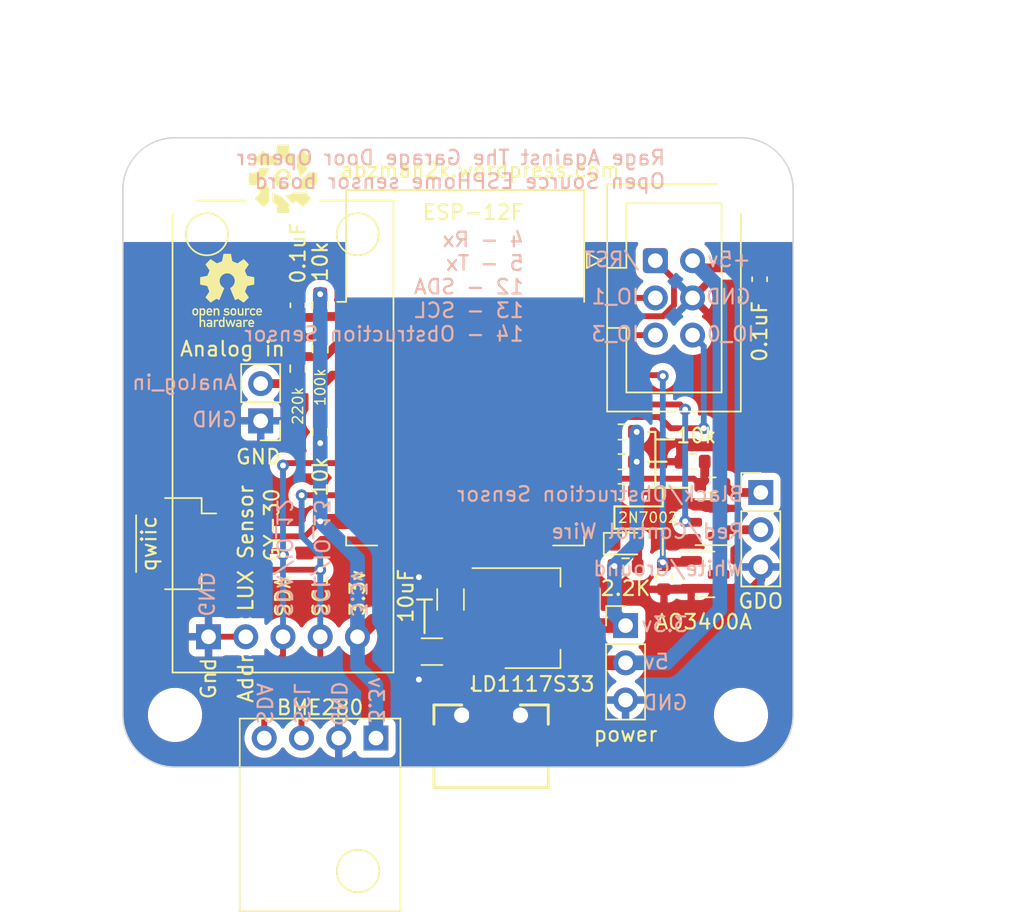
<source format=kicad_pcb>
(kicad_pcb (version 20221018) (generator pcbnew)
  (layers (0 "F.Cu" signal) (31 "B.Cu" signal) (34 "B.Paste" user) (35 "F.Paste" user) (36 "B.SilkS" user "B.Silkscreen") (37 "F.SilkS" user "F.Silkscreen") (38 "B.Mask" user) (39 "F.Mask" user) (44 "Edge.Cuts" user))
  (net 0 "")
  (net 1 "/ESP_RST")
  (net 2 "GND")
  (net 3 "+5V")
  (net 4 "+3V3")
  (net 5 "Net-(D1-A)")
  (net 6 "/Analog_In")
  (net 7 "/ESP_IO1")
  (net 8 "/ESP_IO3")
  (net 9 "/ESP_IO0")
  (net 10 "/ESP_IO13")
  (net 11 "/ESP_IO12")
  (net 12 "/control_wire")
  (net 13 "/ESP_IO4")
  (net 14 "/ESP_IO5")
  (net 15 "/obstruction_sensor_wire")
  (net 16 "/ESP_ADC")
  (net 17 "/ESP_IO15")
  (net 18 "/ESP_EN")
  (net 19 "/ESP_IO2")
  (net 20 "/ESP_IO16")
  (net 21 "/ESP_IO14")
  (footprint "Connector_JST:JST_SH_SM04B-SRSS-TB_1x04-1MP_P1.00mm_Horizontal" (layer "F.Cu") (at 69.12 52.324 -90)
    (fp_text reference "J7" hide)
    (fp_text value "qwiic" (at 0 1.81 90) (layer "F.SilkS"))
    (pad "1" smd roundrect (at -1.5 -2 270) (size 0.6 1.55) (layers "F.Cu" "F.Paste" "F.Mask") (net 2 "GND"))
    (pad "2" smd roundrect (at -0.5 -2 270) (size 0.6 1.55) (layers "F.Cu" "F.Paste" "F.Mask") (net 4 "+3V3"))
    (pad "3" smd roundrect (at 0.5 -2 270) (size 0.6 1.55) (layers "F.Cu" "F.Paste" "F.Mask") (net 11 "/ESP_IO12"))
    (pad "4" smd roundrect (at 1.5 -2 270) (size 0.6 1.55) (layers "F.Cu" "F.Paste" "F.Mask") (net 10 "/ESP_IO13"))
    (pad "MP" smd roundrect (at -2.8 1.875 270) (size 1.2 1.8) (layers "F.Cu" "F.Paste" "F.Mask") (roundrect_rratio 0.2083333333) (net 2 "GND"))
    (pad "MP" smd roundrect (at 2.8 1.875 270) (size 1.2 1.8) (layers "F.Cu" "F.Paste" "F.Mask") (roundrect_rratio 0.2083333333) (net 2 "GND"))
  )
  (footprint "Connector_IDC:IDC-Header_2x03_P2.54mm_Vertical" (layer "F.Cu") (at 101.854 33.02)
    (fp_text reference "J2" hide)
    (fp_text value "Conn_02x03_Odd_Even" hide)
    (pad "1" thru_hole roundrect (at 0 0) (size 1.7 1.7) (drill 1) (layers "*.Cu" "*.Mask") (roundrect_rratio 0.1470588235) (net 1 "/ESP_RST"))
    (pad "2" thru_hole circle (at 2.54 0) (size 1.7 1.7) (drill 1) (layers "*.Cu" "*.Mask") (net 3 "+5V"))
    (pad "3" thru_hole circle (at 0 2.54) (size 1.7 1.7) (drill 1) (layers "*.Cu" "*.Mask") (net 7 "/ESP_IO1"))
    (pad "4" thru_hole circle (at 2.54 2.54) (size 1.7 1.7) (drill 1) (layers "*.Cu" "*.Mask") (net 2 "GND"))
    (pad "5" thru_hole circle (at 0 5.08) (size 1.7 1.7) (drill 1) (layers "*.Cu" "*.Mask") (net 8 "/ESP_IO3"))
    (pad "6" thru_hole circle (at 2.54 5.08) (size 1.7 1.7) (drill 1) (layers "*.Cu" "*.Mask") (net 9 "/ESP_IO0"))
  )
  (footprint "Evan's parts:Evan Logo" (layer "F.Cu") (at 76.454 27.432)
    (fp_text reference "G***" hide)
    (fp_text value "LOGO" hide)
  )
  (footprint "LED_SMD:LED_0603_1608Metric" (layer "F.Cu") (at 99.822 52.324)
    (fp_text reference "D1" hide)
    (fp_text value "RED LED" hide)
    (pad "1" smd roundrect (at -0.7875 0) (size 0.875 0.95) (layers "F.Cu" "F.Paste" "F.Mask") (net 2 "GND"))
    (pad "2" smd roundrect (at 0.7875 0) (size 0.875 0.95) (layers "F.Cu" "F.Paste" "F.Mask") (net 5 "Net-(D1-A)"))
  )
  (footprint "Resistor_SMD:R_0603_1608Metric" (layer "F.Cu") (at 105.7425 48.326 180)
    (fp_text reference "R1" hide)
    (fp_text value "10k" hide)
    (pad "1" smd roundrect (at -0.825 0 180) (size 0.8 0.95) (layers "F.Cu" "F.Paste" "F.Mask") (net 15 "/obstruction_sensor_wire"))
    (pad "2" smd roundrect (at 0.825 0 180) (size 0.8 0.95) (layers "F.Cu" "F.Paste" "F.Mask") (net 21 "/ESP_IO14"))
  )
  (footprint "Capacitor_SMD:C_0603_1608Metric" (layer "F.Cu") (at 77.47 36.068 90)
    (fp_text reference "C1" hide)
    (fp_text value "0.1uF" (at 3.556 0 90) (layer "F.SilkS"))
    (pad "1" smd roundrect (at -0.775 0 90) (size 0.9 0.95) (layers "F.Cu" "F.Paste" "F.Mask") (net 1 "/ESP_RST"))
    (pad "2" smd roundrect (at 0.775 0 90) (size 0.9 0.95) (layers "F.Cu" "F.Paste" "F.Mask") (net 2 "GND"))
  )
  (footprint "Resistor_SMD:R_0603_1608Metric" (layer "F.Cu") (at 78.994 39.053 90)
    (fp_text reference "R5" hide)
    (fp_text value "100k" (at -2.603 0 90) (layer "F.SilkS") (effects (font (size 0.7 0.7) (thickness 0.1))))
    (pad "1" smd roundrect (at -0.825 0 90) (size 0.8 0.95) (layers "F.Cu" "F.Paste" "F.Mask") (net 16 "/ESP_ADC"))
    (pad "2" smd roundrect (at 0.825 0 90) (size 0.8 0.95) (layers "F.Cu" "F.Paste" "F.Mask") (net 2 "GND"))
  )
  (footprint "Package_TO_SOT_SMD:SOT-23" (layer "F.Cu") (at 105.2345 50.866 180)
    (fp_text reference "Q1" hide)
    (fp_text value "2N7002" (at 3.8885 0.32) (layer "F.SilkS") (effects (font (size 0.7 0.7) (thickness 0.1))))
    (pad "1" smd roundrect (at -0.9375 -0.95 180) (size 1.475 0.6) (layers "F.Cu" "F.Paste" "F.Mask") (net 12 "/control_wire"))
    (pad "2" smd roundrect (at -0.9375 0.95 180) (size 1.475 0.6) (layers "F.Cu" "F.Paste" "F.Mask") (net 2 "GND"))
    (pad "3" smd roundrect (at 0.9375 0 180) (size 1.475 0.6) (layers "F.Cu" "F.Paste" "F.Mask") (net 13 "/ESP_IO4"))
  )
  (footprint "Package_TO_SOT_SMD:SOT-23" (layer "F.Cu") (at 105.2345 54.422)
    (fp_text reference "Q2" hide)
    (fp_text value "AO3400A" (at -0.0785 3.236) (layer "F.SilkS"))
    (pad "1" smd roundrect (at -0.9375 -0.95) (size 1.475 0.6) (layers "F.Cu" "F.Paste" "F.Mask") (net 14 "/ESP_IO5"))
    (pad "2" smd roundrect (at -0.9375 0.95) (size 1.475 0.6) (layers "F.Cu" "F.Paste" "F.Mask") (net 2 "GND"))
    (pad "3" smd roundrect (at 0.9375 0) (size 1.475 0.6) (layers "F.Cu" "F.Paste" "F.Mask") (net 12 "/control_wire"))
  )
  (footprint "Capacitor_SMD:C_1206_3216Metric" (layer "F.Cu") (at 86.614 59.69 180)
    (fp_text reference "C2" hide)
    (fp_text value "10uF" hide)
    (pad "1" smd roundrect (at -1.475 0 180) (size 1.15 1.8) (layers "F.Cu" "F.Paste" "F.Mask") (roundrect_rratio 0.2173913043) (net 3 "+5V"))
    (pad "2" smd roundrect (at 1.475 0 180) (size 1.15 1.8) (layers "F.Cu" "F.Paste" "F.Mask") (roundrect_rratio 0.2173913043) (net 2 "GND"))
  )
  (footprint "Resistor_SMD:R_0603_1608Metric" (layer "F.Cu") (at 99.568 48.768 180)
    (fp_text reference "R6" hide)
    (fp_text value "10k" hide)
    (pad "1" smd roundrect (at -0.825 0 180) (size 0.8 0.95) (layers "F.Cu" "F.Paste" "F.Mask") (net 2 "GND"))
    (pad "2" smd roundrect (at 0.825 0 180) (size 0.8 0.95) (layers "F.Cu" "F.Paste" "F.Mask") (net 17 "/ESP_IO15"))
  )
  (footprint "MountingHole:MountingHole_3.2mm_M3" (layer "F.Cu") (at 69.088 64.008)
    (fp_text reference "REF**" hide)
    (fp_text value "MountingHole_3.2mm_M3")
    (pad "" np_thru_hole circle (at 0 0) (size 3.2 3.2) (drill 3.2) (layers "*.Cu" "*.Mask"))
  )
  (footprint "Resistor_SMD:R_0603_1608Metric" (layer "F.Cu") (at 99.568 46.736 180)
    (fp_text reference "R8" hide)
    (fp_text value "10k" hide)
    (pad "1" smd roundrect (at -0.825 0 180) (size 0.8 0.95) (layers "F.Cu" "F.Paste" "F.Mask") (net 4 "+3V3"))
    (pad "2" smd roundrect (at 0.825 0 180) (size 0.8 0.95) (layers "F.Cu" "F.Paste" "F.Mask") (net 19 "/ESP_IO2"))
  )
  (footprint "Resistor_SMD:R_0603_1608Metric" (layer "F.Cu") (at 99.822 53.848)
    (fp_text reference "R10" hide)
    (fp_text value "2.2K" (at 0 1.524) (layer "F.SilkS"))
    (pad "1" smd roundrect (at -0.825 0) (size 0.8 0.95) (layers "F.Cu" "F.Paste" "F.Mask") (net 4 "+3V3"))
    (pad "2" smd roundrect (at 0.825 0) (size 0.8 0.95) (layers "F.Cu" "F.Paste" "F.Mask") (net 5 "Net-(D1-A)"))
  )
  (footprint "Resistor_SMD:R_0603_1608Metric" (layer "F.Cu") (at 78.994 44.704 90)
    (fp_text reference "R7" hide)
    (fp_text value "10k" (at -3.048 0 90) (layer "F.SilkS"))
    (pad "1" smd roundrect (at -0.825 0 90) (size 0.8 0.95) (layers "F.Cu" "F.Paste" "F.Mask") (net 4 "+3V3"))
    (pad "2" smd roundrect (at 0.825 0 90) (size 0.8 0.95) (layers "F.Cu" "F.Paste" "F.Mask") (net 18 "/ESP_EN"))
  )
  (footprint "Capacitor_SMD:C_1206_3216Metric" (layer "F.Cu") (at 87.884 56.134 90)
    (fp_text reference "C3" hide)
    (fp_text value "10uF" (at 0.254 -3.048 90) (layer "F.SilkS"))
    (pad "1" smd roundrect (at -1.475 0 90) (size 1.15 1.8) (layers "F.Cu" "F.Paste" "F.Mask") (roundrect_rratio 0.2173913043) (net 4 "+3V3"))
    (pad "2" smd roundrect (at 1.475 0 90) (size 1.15 1.8) (layers "F.Cu" "F.Paste" "F.Mask") (roundrect_rratio 0.2173913043) (net 2 "GND"))
  )
  (footprint "Package_TO_SOT_SMD:SOT-223-3_TabPin2" (layer "F.Cu") (at 93.472 57.404)
    (fp_text reference "U1" hide)
    (fp_text value "LD1117S33" (at 0 4.5) (layer "F.SilkS"))
    (pad "1" smd rect (at -3.15 -2.3) (size 2 1.5) (layers "F.Cu" "F.Paste" "F.Mask") (net 2 "GND"))
    (pad "2" smd rect (at -3.15 0) (size 2 1.5) (layers "F.Cu" "F.Paste" "F.Mask") (net 4 "+3V3"))
    (pad "2" smd rect (at 3.15 0) (size 2 3.8) (layers "F.Cu" "F.Paste" "F.Mask") (net 4 "+3V3"))
    (pad "3" smd rect (at -3.15 2.3) (size 2 1.5) (layers "F.Cu" "F.Paste" "F.Mask") (net 3 "+5V"))
  )
  (footprint "Resistor_SMD:R_0603_1608Metric" (layer "F.Cu") (at 77.47 40.386 90)
    (fp_text reference "R4" hide)
    (fp_text value "220k" (at -2.54 0 90) (layer "F.SilkS") (effects (font (size 0.7 0.7) (thickness 0.1))))
    (pad "1" smd roundrect (at -0.825 0 90) (size 0.8 0.95) (layers "F.Cu" "F.Paste" "F.Mask") (net 6 "/Analog_In"))
    (pad "2" smd roundrect (at 0.825 0 90) (size 0.8 0.95) (layers "F.Cu" "F.Paste" "F.Mask") (net 16 "/ESP_ADC"))
  )
  (footprint "Connector_PinHeader_2.54mm:PinHeader_1x02_P2.54mm_Vertical" (layer "F.Cu") (at 74.93 43.947 180)
    (fp_text reference "J1" hide)
    (fp_text value "Analog in" hide)
    (pad "1" thru_hole rect (at 0 0 180) (size 1.7 1.7) (drill 1) (layers "*.Cu" "*.Mask") (net 2 "GND"))
    (pad "2" thru_hole oval (at 0 2.54 180) (size 1.7 1.7) (drill 1) (layers "*.Cu" "*.Mask") (net 6 "/Analog_In"))
  )
  (footprint "Evan's misc parts:BME280" (layer "F.Cu") (at 82.794 65.5845 -90)
    (fp_text reference "J6" hide)
    (fp_text value "bme280" hide)
    (fp_text user "SDA" (at -2.3385 7.62 -90 unlocked) (layer "B.SilkS") (effects (justify mirror)))
    (fp_text user "GND" (at -2.3385 2.54 -90 unlocked) (layer "B.SilkS") (effects (justify mirror)))
    (fp_text user "3.3v" (at -2.5925 0 -90 unlocked) (layer "B.SilkS") (effects (justify mirror)))
    (fp_text user "SCL" (at -2.3385 5.08 -90 unlocked) (layer "B.SilkS") (effects (justify mirror)))
    (fp_text user "BME280" (at -2.0845 3.81 unlocked) (layer "F.SilkS"))
    (pad "1" thru_hole rect (at 0 0 270) (size 1.7 1.7) (drill 1) (layers "*.Cu" "*.Mask") (net 4 "+3V3"))
    (pad "2" thru_hole oval (at 0 2.54 270) (size 1.7 1.7) (drill 1) (layers "*.Cu" "*.Mask") (net 2 "GND"))
    (pad "3" thru_hole oval (at 0 5.08 270) (size 1.7 1.7) (drill 1) (layers "*.Cu" "*.Mask") (net 10 "/ESP_IO13"))
    (pad "4" thru_hole oval (at 0 7.62 270) (size 1.7 1.7) (drill 1) (layers "*.Cu" "*.Mask") (net 11 "/ESP_IO12"))
  )
  (footprint "MountingHole:MountingHole_3.2mm_M3" (layer "F.Cu") (at 107.696 64.008)
    (fp_text reference "REF**" hide)
    (fp_text value "MountingHole_3.2mm_M3")
    (pad "" np_thru_hole circle (at 0 0) (size 3.2 3.2) (drill 3.2) (layers "*.Cu" "*.Mask"))
  )
  (footprint "Evan's misc parts:UJ2MIBHGSMTTR" (layer "F.Cu") (at 90.648 66.14)
    (fp_text reference "J3" hide)
    (fp_text value "UJ2-MIBH-G-SMT-TR" hide)
    (pad "" np_thru_hole circle (at -2 -2.115) (size 0.55 0.55) (drill 0.55) (layers "*.Cu" "*.Mask"))
    (pad "" np_thru_hole circle (at 2 -2.115) (size 0.55 0.55) (drill 0.55) (layers "*.Cu" "*.Mask"))
    (pad "1" smd rect (at -1.3 -2.64) (size 0.4 1.35) (layers "F.Cu" "F.Paste" "F.Mask") (net 3 "+5V"))
    (pad "2" smd rect (at 1.3 -2.64) (size 0.4 1.35) (layers "F.Cu" "F.Paste" "F.Mask") (net 2 "GND"))
    (pad "3" smd rect (at -0.65 -2.64) (size 0.4 1.35) (layers "F.Cu" "F.Paste" "F.Mask"))
    (pad "4" smd rect (at 0 -2.64) (size 0.4 1.35) (layers "F.Cu" "F.Paste" "F.Mask"))
    (pad "5" smd rect (at 0.65 -2.64) (size 0.4 1.35) (layers "F.Cu" "F.Paste" "F.Mask"))
    (pad "MP1" smd rect (at -3.95 0.035) (size 1.9 1.9) (layers "F.Cu" "F.Paste" "F.Mask") (net 2 "GND"))
    (pad "MP2" smd rect (at -1.2 0.035) (size 1.9 1.9) (layers "F.Cu" "F.Paste" "F.Mask") (net 2 "GND"))
    (pad "MP3" smd rect (at 1.2 0.035) (size 1.9 1.9) (layers "F.Cu" "F.Paste" "F.Mask") (net 2 "GND"))
    (pad "MP4" smd rect (at 3.95 0.035) (size 1.9 1.9) (layers "F.Cu" "F.Paste" "F.Mask") (net 2 "GND"))
  )
  (footprint "Resistor_SMD:R_0603_1608Metric" (layer "F.Cu") (at 78.994 36.068 -90)
    (fp_text reference "R3" hide)
    (fp_text value "10k" (at -2.985 0 90) (layer "F.SilkS"))
    (pad "1" smd roundrect (at -0.825 0 270) (size 0.8 0.95) (layers "F.Cu" "F.Paste" "F.Mask") (net 4 "+3V3"))
    (pad "2" smd roundrect (at 0.825 0 270) (size 0.8 0.95) (layers "F.Cu" "F.Paste" "F.Mask") (net 1 "/ESP_RST"))
  )
  (footprint "Evan's parts:OSHW gear" (layer "F.Cu") (at 72.644 35.052)
    (fp_text reference "G***" hide)
    (fp_text value "LOGO" hide)
  )
  (footprint "Evan's misc parts:LUX sensor" (layer "F.Cu") (at 71.374 58.674 90)
    (fp_text reference "J4" hide)
    (fp_text value "LUX sensor" hide)
    (fp_text user "SDA" (at 2.738 5.08 90 unlocked) (layer "F.SilkS"))
    (fp_text user "3.3v" (at 2.992 10.16 90 unlocked) (layer "F.SilkS"))
    (fp_text user "GY-30" (at 7.62 4.318 90 unlocked) (layer "F.SilkS"))
    (fp_text user "SCL" (at 2.738 7.62 90 unlocked) (layer "F.SilkS"))
    (fp_text user "Addr" (at -2.85 2.54 90 unlocked) (layer "F.SilkS"))
    (fp_text user "Gnd" (at -2.85 0 90 unlocked) (layer "F.SilkS"))
    (fp_text user "LUX Sensor" (at 6.04 2.54 90 unlocked) (layer "F.SilkS"))
    (pad "1" thru_hole rect (at 0 0 90) (size 1.7 1.7) (drill 1) (layers "*.Cu" "*.Mask") (net 2 "GND"))
    (pad "2" thru_hole oval (at 0 2.54 90) (size 1.7 1.7) (drill 1) (layers "*.Cu" "*.Mask") (net 2 "GND"))
    (pad "3" thru_hole oval (at 0 5.08 90) (size 1.7 1.7) (drill 1) (layers "*.Cu" "*.Mask") (net 11 "/ESP_IO12"))
    (pad "4" thru_hole oval (at 0 7.62 90) (size 1.7 1.7) (drill 1) (layers "*.Cu" "*.Mask") (net 10 "/ESP_IO13"))
    (pad "5" thru_hole oval (at 0 10.16 90) (size 1.7 1.7) (drill 1) (layers "*.Cu" "*.Mask") (net 4 "+3V3"))
  )
  (footprint "MountingHole:MountingHole_3.2mm_M3" (layer "F.Cu") (at 107.696 28.194)
    (fp_text reference "REF**" hide)
    (fp_text value "MountingHole_3.2mm_M3")
    (pad "" np_thru_hole circle (at 0 0) (size 3.2 3.2) (drill 3.2) (layers "*.Cu" "*.Mask"))
  )
  (footprint "Resistor_SMD:R_0603_1608Metric" (layer "F.Cu") (at 102.4405 54.61 -90)
    (fp_text reference "R9" hide)
    (fp_text value "10k" hide)
    (pad "1" smd roundrect (at -0.825 0 270) (size 0.8 0.95) (layers "F.Cu" "F.Paste" "F.Mask") (net 14 "/ESP_IO5"))
    (pad "2" smd roundrect (at 0.825 0 270) (size 0.8 0.95) (layers "F.Cu" "F.Paste" "F.Mask") (net 2 "GND"))
  )
  (footprint "RF_Module:ESP-12E" (layer "F.Cu") (at 88.88 40.33)
    (fp_text reference "U2" hide)
    (fp_text value "ESP-12F" (at 0.528 -10.612) (layer "F.SilkS"))
    (pad "1" smd rect (at -7.6 -3.5) (size 2.5 1) (layers "F.Cu" "F.Paste" "F.Mask") (net 1 "/ESP_RST"))
    (pad "2" smd rect (at -7.6 -1.5) (size 2.5 1) (layers "F.Cu" "F.Paste" "F.Mask") (net 16 "/ESP_ADC"))
    (pad "3" smd rect (at -7.6 0.5) (size 2.5 1) (layers "F.Cu" "F.Paste" "F.Mask") (net 18 "/ESP_EN"))
    (pad "4" smd rect (at -7.6 2.5) (size 2.5 1) (layers "F.Cu" "F.Paste" "F.Mask") (net 20 "/ESP_IO16"))
    (pad "5" smd rect (at -7.6 4.5) (size 2.5 1) (layers "F.Cu" "F.Paste" "F.Mask") (net 21 "/ESP_IO14"))
    (pad "6" smd rect (at -7.6 6.5) (size 2.5 1) (layers "F.Cu" "F.Paste" "F.Mask") (net 11 "/ESP_IO12"))
    (pad "7" smd rect (at -7.6 8.5) (size 2.5 1) (layers "F.Cu" "F.Paste" "F.Mask") (net 10 "/ESP_IO13"))
    (pad "8" smd rect (at -7.6 10.5) (size 2.5 1) (layers "F.Cu" "F.Paste" "F.Mask") (net 4 "+3V3"))
    (pad "9" smd rect (at -5 12) (size 1 1.8) (layers "F.Cu" "F.Paste" "F.Mask"))
    (pad "10" smd rect (at -3 12) (size 1 1.8) (layers "F.Cu" "F.Paste" "F.Mask"))
    (pad "11" smd rect (at -1 12) (size 1 1.8) (layers "F.Cu" "F.Paste" "F.Mask"))
    (pad "12" smd rect (at 1 12) (size 1 1.8) (layers "F.Cu" "F.Paste" "F.Mask"))
    (pad "13" smd rect (at 3 12) (size 1 1.8) (layers "F.Cu" "F.Paste" "F.Mask"))
    (pad "14" smd rect (at 5 12) (size 1 1.8) (layers "F.Cu" "F.Paste" "F.Mask"))
    (pad "15" smd rect (at 7.6 10.5) (size 2.5 1) (layers "F.Cu" "F.Paste" "F.Mask") (net 2 "GND"))
    (pad "16" smd rect (at 7.6 8.5) (size 2.5 1) (layers "F.Cu" "F.Paste" "F.Mask") (net 17 "/ESP_IO15"))
    (pad "17" smd rect (at 7.6 6.5) (size 2.5 1) (layers "F.Cu" "F.Paste" "F.Mask") (net 19 "/ESP_IO2"))
    (pad "18" smd rect (at 7.6 4.5) (size 2.5 1) (layers "F.Cu" "F.Paste" "F.Mask") (net 9 "/ESP_IO0"))
    (pad "19" smd rect (at 7.6 2.5) (size 2.5 1) (layers "F.Cu" "F.Paste" "F.Mask") (net 13 "/ESP_IO4"))
    (pad "20" smd rect (at 7.6 0.5) (size 2.5 1) (layers "F.Cu" "F.Paste" "F.Mask") (net 14 "/ESP_IO5"))
    (pad "21" smd rect (at 7.6 -1.5) (size 2.5 1) (layers "F.Cu" "F.Paste" "F.Mask") (net 8 "/ESP_IO3"))
    (pad "22" smd rect (at 7.6 -3.5) (size 2.5 1) (layers "F.Cu" "F.Paste" "F.Mask") (net 7 "/ESP_IO1"))
    (zone (net 0) (net_name "") (layers "*.Cu") (connect_pads (clearance 0)) (min_thickness 0.254)
      (keepout (tracks not_allowed) (vias not_allowed) (pads not_allowed) (copperpour not_allowed) (footprints not_allowed))
      (fill (thermal_gap 0.508) (thermal_bridge_width 0.508))
      (polygon (pts (xy 80.76 35.53) (xy 97 35.53) (xy 97 28.21) (xy 80.76 28.21)))
    )
  )
  (footprint "Connector_PinHeader_2.54mm:PinHeader_1x03_P2.54mm_Vertical" (layer "F.Cu") (at 99.822 57.912)
    (fp_text reference "J8" hide)
    (fp_text value "power" (at 0 7.41) (layer "F.SilkS"))
    (pad "1" thru_hole rect (at 0 0) (size 1.7 1.7) (drill 1) (layers "*.Cu" "*.Mask") (net 4 "+3V3"))
    (pad "2" thru_hole oval (at 0 2.54) (size 1.7 1.7) (drill 1) (layers "*.Cu" "*.Mask") (net 3 "+5V"))
    (pad "3" thru_hole oval (at 0 5.08) (size 1.7 1.7) (drill 1) (layers "*.Cu" "*.Mask") (net 2 "GND"))
  )
  (footprint "Resistor_SMD:R_0603_1608Metric" (layer "F.Cu") (at 99.568 44.704 180)
    (fp_text reference "R11" hide)
    (fp_text value "10k" hide)
    (pad "1" smd roundrect (at -0.825 0 180) (size 0.8 0.95) (layers "F.Cu" "F.Paste" "F.Mask") (net 4 "+3V3"))
    (pad "2" smd roundrect (at 0.825 0 180) (size 0.8 0.95) (layers "F.Cu" "F.Paste" "F.Mask") (net 9 "/ESP_IO0"))
  )
  (footprint "Resistor_SMD:R_0603_1608Metric" (layer "F.Cu") (at 104.394 46.736 180)
    (fp_text reference "R2" hide)
    (fp_text value "10k" (at -0.254 1.778) (layer "F.SilkS"))
    (pad "1" smd roundrect (at -0.825 0 180) (size 0.8 0.95) (layers "F.Cu" "F.Paste" "F.Mask") (net 21 "/ESP_IO14"))
    (pad "2" smd roundrect (at 0.825 0 180) (size 0.8 0.95) (layers "F.Cu" "F.Paste" "F.Mask") (net 2 "GND"))
  )
  (footprint "Capacitor_SMD:C_0603_1608Metric" (layer "F.Cu") (at 108.966 34.29 -90)
    (fp_text reference "C4" hide)
    (fp_text value "0.1uF" (at 3.556 0 90) (layer "F.SilkS"))
    (pad "1" smd roundrect (at -0.775 0 270) (size 0.9 0.95) (layers "F.Cu" "F.Paste" "F.Mask") (net 3 "+5V"))
    (pad "2" smd roundrect (at 0.775 0 270) (size 0.9 0.95) (layers "F.Cu" "F.Paste" "F.Mask") (net 2 "GND"))
  )
  (footprint "Connector_PinHeader_2.54mm:PinHeader_1x03_P2.54mm_Vertical" (layer "F.Cu") (at 109.0445 48.834)
    (fp_text reference "J9" hide)
    (fp_text value "GDO" (at 0 7.41) (layer "F.SilkS"))
    (pad "1" thru_hole rect (at 0 0) (size 1.7 1.7) (drill 1) (layers "*.Cu" "*.Mask") (net 15 "/obstruction_sensor_wire"))
    (pad "2" thru_hole oval (at 0 2.54) (size 1.7 1.7) (drill 1) (layers "*.Cu" "*.Mask") (net 12 "/control_wire"))
    (pad "3" thru_hole oval (at 0 5.08) (size 1.7 1.7) (drill 1) (layers "*.Cu" "*.Mask") (net 2 "GND"))
  )
  (footprint "MountingHole:MountingHole_3.2mm_M3" (layer "F.Cu") (at 69.088 28.194)
    (fp_text reference "REF**" hide)
    (fp_text value "MountingHole_3.2mm_M3")
    (pad "" np_thru_hole circle (at 0 0) (size 3.2 3.2) (drill 3.2) (layers "*.Cu" "*.Mask"))
  )
  (gr_line (start 86.106 56.134) (end 86.106 58.42) (stroke (width 0.15)) (layer "F.SilkS"))
  (gr_line (start 103.124 45.212) (end 101.854 45.212) (stroke (width 0.15)) (layer "F.SilkS"))
  (gr_line (start 102.362 51.308) (end 99.06 51.308) (stroke (width 0.15)) (layer "F.SilkS"))
  (gr_line (start 101.346 46.736) (end 102.616 46.736) (stroke (width 0.15)) (layer "F.SilkS"))
  (gr_line (start 102.87 48.514) (end 104.14 48.514) (stroke (width 0.15)) (layer "F.SilkS"))
  (gr_line (start 102.362 52.324) (end 102.362 51.308) (stroke (width 0.15)) (layer "F.SilkS"))
  (gr_line (start 102.362 49.784) (end 102.362 48.514) (stroke (width 0.15)) (layer "F.SilkS"))
  (gr_line (start 85.598 56.134) (end 86.614 56.134) (stroke (width 0.15)) (layer "F.SilkS"))
  (gr_line (start 99.06 51.308) (end 99.06 49.784) (stroke (width 0.15)) (layer "F.SilkS"))
  (gr_line (start 102.87 48.514) (end 101.346 48.514) (stroke (width 0.15)) (layer "F.SilkS"))
  (gr_line (start 101.346 44.704) (end 101.854 44.704) (stroke (width 0.15)) (layer "F.SilkS"))
  (gr_line (start 101.854 44.704) (end 101.854 48.514) (stroke (width 0.15)) (layer "F.SilkS"))
  (gr_line (start 99.06 49.784) (end 102.362 49.784) (stroke (width 0.15)) (layer "F.SilkS"))
  (gr_line (start 102.362 53.086) (end 102.362 52.324) (stroke (width 0.15)) (layer "F.SilkS"))
  (gr_line (start 107.696 67.564) (end 69.088 67.564) (stroke (width 0.1)) (layer "Edge.Cuts"))
  (gr_line (start 111.252 28.194) (end 111.252 64.008) (stroke (width 0.1)) (layer "Edge.Cuts"))
  (gr_arc (start 65.532 28.321) (mid 66.527418 25.723234) (end 69.088 24.635733) (stroke (width 0.1)) (layer "Edge.Cuts"))
  (gr_arc (start 107.696 24.638) (mid 110.210472 25.679528) (end 111.252 28.194) (stroke (width 0.1)) (layer "Edge.Cuts"))
  (gr_line (start 65.532 64.008) (end 65.532 28.321) (stroke (width 0.1)) (layer "Edge.Cuts"))
  (gr_line (start 69.088 24.635733) (end 107.696 24.638) (stroke (width 0.1)) (layer "Edge.Cuts"))
  (gr_arc (start 69.088 67.564) (mid 66.573528 66.522472) (end 65.532 64.008) (stroke (width 0.1)) (layer "Edge.Cuts"))
  (gr_arc (start 111.252 64.008) (mid 110.210472 66.522472) (end 107.696 67.564) (stroke (width 0.1)) (layer "Edge.Cuts"))
  (gr_text "GND" (at 108.458 36.068) (layer "B.SilkS") (effects (font (size 1 1)) (justify left bottom mirror)))
  (gr_text "Rage Against The Garage Door Opener\nOpen Source ESPHome sensor board" (at 102.616 28.194) (layer "B.SilkS") (effects (font (size 1 1)) (justify left bottom mirror)))
  (gr_text "Red/Control Wire" (at 107.95 52.07) (layer "B.SilkS") (effects (font (size 1 1)) (justify left bottom mirror)))
  (gr_text "3.3v" (at 81.026 57.404 -90) (layer "B.SilkS") (effects (font (size 1 1)) (justify left bottom mirror)))
  (gr_text "/RST" (at 100.838 33.528) (layer "B.SilkS") (effects (font (size 1 1)) (justify left bottom mirror)))
  (gr_text "5v" (at 102.87 60.96) (layer "B.SilkS") (effects (font (size 1 1)) (justify left bottom mirror)))
  (gr_text "IO_3" (at 100.838 38.608) (layer "B.SilkS") (effects (font (size 1 1)) (justify left bottom mirror)))
  (gr_text "GND" (at 73.406 44.45) (layer "B.SilkS") (effects (font (size 1 1)) (justify left bottom mirror)))
  (gr_text "IO_1" (at 100.838 36.068) (layer "B.SilkS") (effects (font (size 1 1)) (justify left bottom mirror)))
  (gr_text "3.3v" (at 104.14 58.42) (layer "B.SilkS") (effects (font (size 1 1)) (justify left bottom mirror)))
  (gr_text "White/Ground" (at 107.95 54.61) (layer "B.SilkS") (effects (font (size 1 1)) (justify left bottom mirror)))
  (gr_text "SCL/IO_13" (at 78.486 57.404 -90) (layer "B.SilkS") (effects (font (size 1 1)) (justify left bottom mirror)))
  (gr_text "GND" (at 104.14 63.754) (layer "B.SilkS") (effects (font (size 1 1)) (justify left bottom mirror)))
  (gr_text "4 - Rx\n5 - Tx\n12 - SDA\n13 - SCL\n14 - Obstruction Sensor" (at 92.964 38.608) (layer "B.SilkS") (effects (font (size 1 1)) (justify left bottom mirror)))
  (gr_text "Analog_in" (at 73.406 41.91) (layer "B.SilkS") (effects (font (size 1 1)) (justify left bottom mirror)))
  (gr_text "SDA/IO_12" (at 75.946 57.404 -90) (layer "B.SilkS") (effects (font (size 1 1)) (justify left bottom mirror)))
  (gr_text "Black/Obstruction Sensor" (at 107.95 49.53) (layer "B.SilkS") (effects (font (size 1 1)) (justify left bottom mirror)))
  (gr_text "+5v" (at 108.458 33.528) (layer "B.SilkS") (effects (font (size 1 1)) (justify left bottom mirror)))
  (gr_text "IO_0" (at 108.712 38.608) (layer "B.SilkS") (effects (font (size 1 1)) (justify left bottom mirror)))
  (gr_text "GND" (at 70.612 57.404 -90) (layer "B.SilkS") (effects (font (size 1 1)) (justify left bottom mirror)))
  (gr_text "Analog in" (at 69.342 39.624) (layer "F.SilkS") (effects (font (size 1 1)) (justify left bottom)))
  (gr_text "abzman2k.wordpress.com" (at 80.264 27.432) (layer "F.SilkS") (effects (font (size 1 1)) (justify left bottom)))
  (gr_text "GND" (at 73.152 46.99) (layer "F.SilkS") (effects (font (size 1 1)) (justify left bottom)))
  (segment (start 82.18 37.73) (end 98.581472 37.73) (width 0.4) (layer "F.Cu") (net 1))
  (segment (start 103.124 34.29) (end 101.854 33.02) (width 0.4) (layer "F.Cu") (net 1))
  (segment (start 99.501472 36.81) (end 102.371767 36.81) (width 0.4) (layer "F.Cu") (net 1))
  (segment (start 98.581472 37.73) (end 99.501472 36.81) (width 0.4) (layer "F.Cu") (net 1))
  (segment (start 81.28 36.83) (end 82.18 37.73) (width 0.4) (layer "F.Cu") (net 1))
  (segment (start 103.124 36.057767) (end 103.124 34.29) (width 0.4) (layer "F.Cu") (net 1))
  (segment (start 81.28 36.83) (end 79.057 36.83) (width 0.6) (layer "F.Cu") (net 1))
  (segment (start 79.057 36.83) (end 78.994 36.893) (width 0.6) (layer "F.Cu") (net 1))
  (segment (start 78.994 36.893) (end 77.52 36.893) (width 0.6) (layer "F.Cu") (net 1))
  (segment (start 77.52 36.893) (end 77.47 36.843) (width 0.6) (layer "F.Cu") (net 1))
  (segment (start 102.371767 36.81) (end 103.124 36.057767) (width 0.4) (layer "F.Cu") (net 1))
  (segment (start 108.458 55.372) (end 109.0445 54.7855) (width 0.6) (layer "F.Cu") (net 2))
  (segment (start 89.877 54.659) (end 90.322 55.104) (width 1) (layer "F.Cu") (net 2))
  (segment (start 102.235 49.53) (end 101.028 50.737) (width 0.6) (layer "F.Cu") (net 2))
  (segment (start 103.569 45.784) (end 103.633 45.72) (width 0.6) (layer "F.Cu") (net 2))
  (segment (start 96.012 61.722) (end 97.282 62.992) (width 0.4) (layer "F.Cu") (net 2))
  (segment (start 99.0345 50.8555) (end 99.06 50.83) (width 0.6) (layer "F.Cu") (net 2))
  (segment (start 87.884 54.659) (end 89.877 54.659) (width 1) (layer "F.Cu") (net 2))
  (segment (start 78.994 38.228) (end 75.693 38.228) (width 0.4) (layer "F.Cu") (net 2))
  (segment (start 91.923 63.525) (end 91.923 66.1) (width 0.4) (layer "F.Cu") (net 2))
  (segment (start 100.393 50.737) (end 100.3 50.83) (width 0.6) (layer "F.Cu") (net 2))
  (segment (start 90.322 55.104) (end 94.121 55.104) (width 1) (layer "F.Cu") (net 2))
  (segment (start 100.3 50.83) (end 99.06 50.83) (width 0.6) (layer "F.Cu") (net 2))
  (segment (start 104.297 55.372) (end 108.458 55.372) (width 0.6) (layer "F.Cu") (net 2))
  (segment (start 96.48 52.745) (end 96.48 52.07) (width 1) (layer "F.Cu") (net 2))
  (segment (start 75.565 38.1) (end 75.565 35.56) (width 0.4) (layer "F.Cu") (net 2))
  (segment (start 96.734 52.324) (end 96.48 52.07) (width 0.6) (layer "F.Cu") (net 2))
  (segment (start 75.693 38.228) (end 75.565 38.1) (width 0.4) (layer "F.Cu") (net 2))
  (segment (start 105.786 49.53) (end 102.235 49.53) (width 0.6) (layer "F.Cu") (net 2))
  (segment (start 75.832 35.293) (end 77.47 35.293) (width 0.4) (layer "F.Cu") (net 2))
  (segment (start 94.121 55.104) (end 96.48 52.745) (width 1) (layer "F.Cu") (net 2))
  (segment (start 102.4405 55.435) (end 104.234 55.435) (width 0.6) (layer "F.Cu") (net 2))
  (segment (start 104.234 55.435) (end 104.297 55.372) (width 0.6) (layer "F.Cu") (net 2))
  (segment (start 73.914 58.674) (end 71.374 58.674) (width 0.4) (layer "F.Cu") (net 2))
  (segment (start 99.0345 52.324) (end 96.734 52.324) (width 0.6) (layer "F.Cu") (net 2))
  (segment (start 101.028 50.737) (end 100.393 50.737) (width 0.6) (layer "F.Cu") (net 2))
  (segment (start 91.948 63.5) (end 91.948 61.722) (width 0.4) (layer "F.Cu") (net 2))
  (segment (start 91.948 61.722) (end 96.012 61.722) (width 0.4) (layer "F.Cu") (net 2))
  (segment (start 99.06 50.83) (end 96.48 50.83) (width 0.6) (layer "F.Cu") (net 2))
  (segment (start 97.282 62.992) (end 99.822 62.992) (width 0.4) (layer "F.Cu") (net 2))
  (segment (start 100.393 48.768) (end 100.393 50.737) (width 0.6) (layer "F.Cu") (net 2))
  (segment (start 103.633 45.72) (end 107.95 45.72) (width 0.6) (layer "F.Cu") (net 2))
  (segment (start 96.48 52.07) (end 96.48 50.83) (width 1) (layer "F.Cu") (net 2))
  (segment (start 109.0445 54.7855) (end 109.0445 53.914) (width 0.6) (layer "F.Cu") (net 2))
  (segment (start 103.569 46.736) (end 103.569 45.784) (width 0.6) (layer "F.Cu") (net 2))
  (segment (start 99.0345 52.324) (end 99.0345 50.8555) (width 0.6) (layer "F.Cu") (net 2))
  (segment (start 106.172 49.916) (end 105.786 49.53) (width 0.6) (layer "F.Cu") (net 2))
  (segment (start 75.565 35.56) (end 75.832 35.293) (width 0.4) (layer "F.Cu") (net 2))
  (segment (start 91.923 66.1) (end 91.848 66.175) (width 0.4) (layer "F.Cu") (net 2))
  (segment (start 91.948 63.5) (end 91.923 63.525) (width 0.4) (layer "F.Cu") (net 2))
  (via (at 85.725 61.595) (size 0.8) (drill 0.4) (layers "F.Cu" "B.Cu") (net 2))
  (via (at 85.725 54.61) (size 0.8) (drill 0.4) (layers "F.Cu" "B.Cu") (net 2))
  (segment (start 104.889 33.515) (end 104.394 33.02) (width 0.6) (layer "F.Cu") (net 3))
  (segment (start 89.348 63.5) (end 89.348 60.678) (width 0.4) (layer "F.Cu") (net 3))
  (segment (start 89.348 60.678) (end 90.322 59.704) (width 0.4) (layer "F.Cu") (net 3))
  (segment (start 88.103 59.704) (end 88.089 59.69) (width 1) (layer "F.Cu") (net 3))
  (segment (start 90.322 59.704) (end 88.103 59.704) (width 1) (layer "F.Cu") (net 3))
  (segment (start 91.07 60.452) (end 90.322 59.704) (width 1) (layer "F.Cu") (net 3))
  (segment (start 99.822 60.452) (end 91.07 60.452) (width 1) (layer "F.Cu") (net 3))
  (segment (start 108.966 33.515) (end 104.889 33.515) (width 0.6) (layer "F.Cu") (net 3))
  (segment (start 106.256 34.882) (end 106.256 56.812) (width 1) (layer "B.Cu") (net 3))
  (segment (start 106.256 56.812) (end 102.616 60.452) (width 1) (layer "B.Cu") (net 3))
  (segment (start 102.616 60.452) (end 99.822 60.452) (width 1) (layer "B.Cu") (net 3))
  (segment (start 104.394 33.02) (end 106.256 34.882) (width 1) (layer "B.Cu") (net 3))
  (segment (start 90.117 57.609) (end 90.322 57.404) (width 1) (layer "F.Cu") (net 4))
  (segment (start 97.13 57.912) (end 96.622 57.404) (width 1) (layer "F.Cu") (net 4))
  (segment (start 82.599 57.609) (end 81.534 58.674) (width 1) (layer "F.Cu") (net 4))
  (segment (start 99.822 57.912) (end 97.13 57.912) (width 1) (layer "F.Cu") (net 4))
  (segment (start 87.884 57.609) (end 82.599 57.609) (width 1) (layer "F.Cu") (net 4))
  (segment (start 71.12 51.824) (end 77.97 51.824) (width 0.4) (layer "F.Cu") (net 4))
  (segment (start 77.97 51.824) (end 78.994 50.8) (width 0.4) (layer "F.Cu") (net 4))
  (segment (start 96.622 57.404) (end 90.322 57.404) (width 1) (layer "F.Cu") (net 4))
  (segment (start 81.25 50.8) (end 81.28 50.83) (width 1) (layer "F.Cu") (net 4))
  (segment (start 78.994 50.8) (end 81.25 50.8) (width 1) (layer "F.Cu") (net 4))
  (segment (start 87.884 57.609) (end 90.117 57.609) (width 1) (layer "F.Cu") (net 4))
  (via (at 100.584 44.704) (size 0.8) (drill 0.4) (layers "F.Cu" "B.Cu") (net 4))
  (via (at 78.994 45.466) (size 0.8) (drill 0.4) (layers "F.Cu" "B.Cu") (net 4))
  (via (at 100.584 46.736) (size 0.8) (drill 0.4) (layers "F.Cu" "B.Cu") (net 4))
  (via (at 78.994 35.306) (size 0.8) (drill 0.4) (layers "F.Cu" "B.Cu") (net 4))
  (via (at 78.994 50.8) (size 0.8) (drill 0.4) (layers "F.Cu" "B.Cu") (net 4))
  (via (at 99.06 53.848) (size 0.8) (drill 0.4) (layers "F.Cu" "B.Cu") (net 4))
  (segment (start 100.584 52.324) (end 99.06 53.848) (width 1) (layer "B.Cu") (net 4))
  (segment (start 82.794 61.966) (end 82.794 65.5845) (width 1) (layer "B.Cu") (net 4))
  (segment (start 81.534 58.674) (end 81.534 53.34) (width 1) (layer "B.Cu") (net 4))
  (segment (start 99.06 57.15) (end 99.822 57.912) (width 1) (layer "B.Cu") (net 4))
  (segment (start 78.994 45.466) (end 78.994 50.8) (width 1) (layer "B.Cu") (net 4))
  (segment (start 81.534 58.674) (end 81.534 60.706) (width 1) (layer "B.Cu") (net 4))
  (segment (start 78.994 35.306) (end 78.994 45.466) (width 1) (layer "B.Cu") (net 4))
  (segment (start 100.584 44.704) (end 100.584 46.736) (width 1) (layer "B.Cu") (net 4))
  (segment (start 81.534 53.34) (end 78.994 50.8) (width 1) (layer "B.Cu") (net 4))
  (segment (start 100.584 46.736) (end 100.584 52.324) (width 1) (layer "B.Cu") (net 4))
  (segment (start 99.06 53.848) (end 99.06 57.15) (width 1) (layer "B.Cu") (net 4))
  (segment (start 81.534 60.706) (end 82.794 61.966) (width 1) (layer "B.Cu") (net 4))
  (segment (start 100.647 52.3615) (end 100.6095 52.324) (width 0.6) (layer "F.Cu") (net 5))
  (segment (start 100.647 53.848) (end 100.647 52.3615) (width 0.6) (layer "F.Cu") (net 5))
  (segment (start 77.274 41.407) (end 77.47 41.211) (width 0.6) (layer "F.Cu") (net 6))
  (segment (start 74.93 41.407) (end 77.274 41.407) (width 0.6) (layer "F.Cu") (net 6))
  (segment (start 96.48 36.83) (end 97.79 36.83) (width 0.4) (layer "F.Cu") (net 7))
  (segment (start 97.79 36.83) (end 99.06 35.56) (width 0.4) (layer "F.Cu") (net 7))
  (segment (start 99.06 35.56) (end 101.854 35.56) (width 0.4) (layer "F.Cu") (net 7))
  (segment (start 98.33 38.83) (end 99.06 38.1) (width 0.4) (layer "F.Cu") (net 8))
  (segment (start 96.48 38.83) (end 98.33 38.83) (width 0.4) (layer "F.Cu") (net 8))
  (segment (start 99.06 38.1) (end 101.854 38.1) (width 0.4) (layer "F.Cu") (net 8))
  (segment (start 102.136 43.688) (end 99.759 43.688) (width 0.4) (layer "F.Cu") (net 9))
  (segment (start 96.48 44.83) (end 98.617 44.83) (width 0.6) (layer "F.Cu") (net 9))
  (segment (start 105.156 44.45) (end 102.898 44.45) (width 0.4) (layer "F.Cu") (net 9))
  (segment (start 102.898 44.45) (end 102.136 43.688) (width 0.4) (layer "F.Cu") (net 9))
  (segment (start 99.759 43.688) (end 98.743 44.704) (width 0.4) (layer "F.Cu") (net 9))
  (segment (start 98.617 44.83) (end 98.743 44.704) (width 0.6) (layer "F.Cu") (net 9))
  (via (at 105.156 44.45) (size 0.8) (drill 0.4) (layers "F.Cu" "B.Cu") (net 9))
  (segment (start 104.394 38.1) (end 105.156 38.862) (width 0.4) (layer "B.Cu") (net 9))
  (segment (start 105.156 38.862) (end 105.156 44.45) (width 0.4) (layer "B.Cu") (net 9))
  (segment (start 77.714 61.478) (end 77.714 65.5845) (width 0.4) (layer "F.Cu") (net 10))
  (segment (start 71.398 54.102) (end 78.994 54.102) (width 0.4) (layer "F.Cu") (net 10))
  (segment (start 78.994 58.674) (end 78.994 60.198) (width 0.4) (layer "F.Cu") (net 10))
  (segment (start 81.088 49.022) (end 81.28 48.83) (width 0.4) (layer "F.Cu") (net 10))
  (segment (start 78.994 60.198) (end 77.714 61.478) (width 0.4) (layer "F.Cu") (net 10))
  (segment (start 71.12 53.824) (end 71.398 54.102) (width 0.4) (layer "F.Cu") (net 10))
  (segment (start 77.724 49.022) (end 81.088 49.022) (width 0.4) (layer "F.Cu") (net 10))
  (via (at 77.724 49.022) (size 0.8) (drill 0.4) (layers "F.Cu" "B.Cu") (net 10))
  (via (at 78.994 54.102) (size 0.8) (drill 0.4) (layers "F.Cu" "B.Cu") (net 10))
  (segment (start 77.724 51.816) (end 77.724 49.022) (width 0.4) (layer "B.Cu") (net 10))
  (segment (start 78.994 54.102) (end 78.994 58.674) (width 0.4) (layer "B.Cu") (net 10))
  (segment (start 78.994 54.102) (end 78.994 53.086) (width 0.4) (layer "B.Cu") (net 10))
  (segment (start 78.994 53.086) (end 77.724 51.816) (width 0.4) (layer "B.Cu") (net 10))
  (segment (start 75.174 61.224) (end 75.174 65.5845) (width 0.4) (layer "F.Cu") (net 11))
  (segment (start 71.12 52.824) (end 76.192 52.824) (width 0.4) (layer "F.Cu") (net 11))
  (segment (start 76.192 52.824) (end 76.454 53.086) (width 0.4) (layer "F.Cu") (net 11))
  (segment (start 76.614 46.83) (end 81.28 46.83) (width 0.4) (layer "F.Cu") (net 11))
  (segment (start 76.454 58.674) (end 76.454 59.944) (width 0.4) (layer "F.Cu") (net 11))
  (segment (start 76.454 59.944) (end 75.174 61.224) (width 0.4) (layer "F.Cu") (net 11))
  (segment (start 76.454 46.99) (end 76.614 46.83) (width 0.4) (layer "F.Cu") (net 11))
  (via (at 76.454 53.086) (size 0.8) (drill 0.4) (layers "F.Cu" "B.Cu") (net 11))
  (via (at 76.454 46.99) (size 0.8) (drill 0.4) (layers "F.Cu" "B.Cu") (net 11))
  (segment (start 76.454 53.086) (end 76.454 58.674) (width 0.4) (layer "B.Cu") (net 11))
  (segment (start 76.454 53.086) (end 76.454 46.99) (width 0.4) (layer "B.Cu") (net 11))
  (segment (start 106.172 51.816) (end 106.172 54.422) (width 0.6) (layer "F.Cu") (net 12))
  (segment (start 109.0445 51.374) (end 106.614 51.374) (width 0.6) (layer "F.Cu") (net 12))
  (segment (start 106.614 51.374) (end 106.172 51.816) (width 0.6) (layer "F.Cu") (net 12))
  (segment (start 103.536 42.83) (end 96.48 42.83) (width 0.4) (layer "F.Cu") (net 13))
  (segment (start 103.886 43.18) (end 103.536 42.83) (width 0.4) (layer "F.Cu") (net 13))
  (via (at 103.886 50.8) (size 0.8) (drill 0.4) (layers "F.Cu" "B.Cu") (net 13))
  (via (at 103.886 43.18) (size 0.8) (drill 0.4) (layers "F.Cu" "B.Cu") (net 13))
  (segment (start 103.886 50.8) (end 103.886 43.18) (width 0.4) (layer "B.Cu") (net 13))
  (segment (start 102.4405 53.785) (end 102.362 53.594) (width 0.6) (layer "F.Cu") (net 14))
  (segment (start 102.362 40.894) (end 102.298 40.83) (width 0.4) (layer "F.Cu") (net 14))
  (segment (start 104.175 53.594) (end 104.297 53.472) (width 0.6) (layer "F.Cu") (net 14))
  (segment (start 102.362 53.594) (end 104.175 53.594) (width 0.6) (layer "F.Cu") (net 14))
  (segment (start 102.298 40.83) (end 96.48 40.83) (width 0.4) (layer "F.Cu") (net 14))
  (via (at 102.362 53.594) (size 0.8) (drill 0.4) (layers "F.Cu" "B.Cu") (net 14))
  (via (at 102.362 40.894) (size 0.8) (drill 0.4) (layers "F.Cu" "B.Cu") (net 14))
  (segment (start 102.362 53.594) (end 102.362 40.894) (width 0.4) (layer "B.Cu") (net 14))
  (segment (start 107.0755 48.834) (end 106.5675 48.326) (width 0.6) (layer "F.Cu") (net 15))
  (segment (start 109.0445 48.834) (end 107.0755 48.834) (width 0.6) (layer "F.Cu") (net 15))
  (segment (start 80.042 38.83) (end 78.994 39.878) (width 0.6) (layer "F.Cu") (net 16))
  (segment (start 81.28 38.83) (end 80.042 38.83) (width 0.6) (layer "F.Cu") (net 16))
  (segment (start 78.677 39.561) (end 78.994 39.878) (width 0.6) (layer "F.Cu") (net 16))
  (segment (start 77.47 39.561) (end 78.677 39.561) (width 0.6) (layer "F.Cu") (net 16))
  (segment (start 96.48 48.83) (end 98.681 48.83) (width 0.6) (layer "F.Cu") (net 17))
  (segment (start 98.681 48.83) (end 98.743 48.768) (width 0.6) (layer "F.Cu") (net 17))
  (segment (start 78.994 41.656) (end 79.82 40.83) (width 0.6) (layer "F.Cu") (net 18))
  (segment (start 79.82 40.83) (end 81.28 40.83) (width 0.6) (layer "F.Cu") (net 18))
  (segment (start 78.994 43.879) (end 78.994 41.656) (width 0.6) (layer "F.Cu") (net 18))
  (segment (start 98.649 46.83) (end 98.743 46.736) (width 0.6) (layer "F.Cu") (net 19))
  (segment (start 96.48 46.83) (end 98.649 46.83) (width 0.6) (layer "F.Cu") (net 19))
  (segment (start 105.219 46.736) (end 105.219 48.0245) (width 0.6) (layer "F.Cu") (net 21))
  (segment (start 104.9175 48.326) (end 104.4845 47.893) (width 0.4) (layer "F.Cu") (net 21))
  (segment (start 105.219 48.0245) (end 104.9175 48.326) (width 0.6) (layer "F.Cu") (net 21))
  (segment (start 104.4845 47.893) (end 94.601 47.893) (width 0.4) (layer "F.Cu") (net 21))
  (segment (start 94.601 47.893) (end 91.538 44.83) (width 0.4) (layer "F.Cu") (net 21))
  (segment (start 91.538 44.83) (end 81.28 44.83) (width 0.4) (layer "F.Cu") (net 21))
  (zone (net 0) (net_name "") (layers "F&B.Cu") (connect_pads (clearance 0)) (min_thickness 0.25)
    (keepout (tracks not_allowed) (vias not_allowed) (pads not_allowed) (copperpour not_allowed) (footprints allowed))
    (fill (thermal_gap 0.5) (thermal_bridge_width 0.5))
    (polygon (pts (xy 114.3 31.75) (xy 63.5 31.75) (xy 63.5 21.59) (xy 115.57 22.86)))
  )
  (zone (net 0) (net_name "") (layers "F&B.Cu") (connect_pads (clearance 0)) (min_thickness 0.25)
    (keepout (tracks allowed) (vias allowed) (pads allowed) (copperpour not_allowed) (footprints allowed))
    (fill (thermal_gap 0.5) (thermal_bridge_width 0.5))
    (polygon (pts (xy 72.136 57.404) (xy 75.184 57.404) (xy 75.184 59.944) (xy 72.136 59.944)))
  )
  (zone (net 2) (net_name "GND") (layers "F&B.Cu") (connect_pads (clearance 0.5)) (min_thickness 0.25) (fill yes (thermal_gap 0.5) (thermal_bridge_width 0.5))
    (polygon (pts (xy 127 16.51) (xy 127 74.93) (xy 58.42 76.2) (xy 57.15 15.24)))
  )
)
</source>
